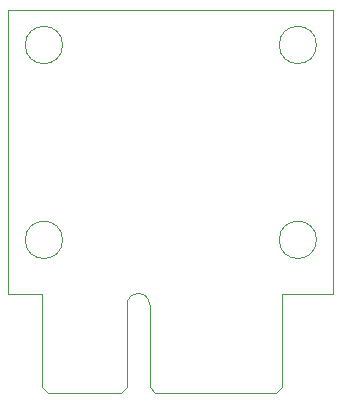
<source format=gbr>
%TF.GenerationSoftware,KiCad,Pcbnew,8.0.8*%
%TF.CreationDate,2025-11-27T10:04:54+01:00*%
%TF.ProjectId,CartridgeMk3.1,43617274-7269-4646-9765-4d6b332e312e,rev?*%
%TF.SameCoordinates,Original*%
%TF.FileFunction,Profile,NP*%
%FSLAX46Y46*%
G04 Gerber Fmt 4.6, Leading zero omitted, Abs format (unit mm)*
G04 Created by KiCad (PCBNEW 8.0.8) date 2025-11-27 10:04:54*
%MOMM*%
%LPD*%
G01*
G04 APERTURE LIST*
%TA.AperFunction,Profile*%
%ADD10C,0.050000*%
%TD*%
%TA.AperFunction,Profile*%
%ADD11C,0.100000*%
%TD*%
G04 APERTURE END LIST*
D10*
X192000000Y-69000000D02*
X192000000Y-70050000D01*
X190580000Y-65500000D02*
G75*
G02*
X187420000Y-65500000I-1580000J0D01*
G01*
X187420000Y-65500000D02*
G75*
G02*
X190580000Y-65500000I1580000J0D01*
G01*
X169080000Y-65500000D02*
G75*
G02*
X165920000Y-65500000I-1580000J0D01*
G01*
X165920000Y-65500000D02*
G75*
G02*
X169080000Y-65500000I1580000J0D01*
G01*
X192000000Y-46000000D02*
X164500000Y-46000000D01*
X164500000Y-46000000D02*
X164499561Y-70050000D01*
X190580000Y-49000000D02*
G75*
G02*
X187420000Y-49000000I-1580000J0D01*
G01*
X187420000Y-49000000D02*
G75*
G02*
X190580000Y-49000000I1580000J0D01*
G01*
X169080000Y-49000000D02*
G75*
G02*
X165920000Y-49000000I-1580000J0D01*
G01*
X165920000Y-49000000D02*
G75*
G02*
X169080000Y-49000000I1580000J0D01*
G01*
X192000000Y-69000000D02*
X192000000Y-46000000D01*
X187650000Y-70050000D02*
X192000000Y-70050000D01*
X167350000Y-70050000D02*
X164499561Y-70050000D01*
D11*
%TO.C,J1*%
X167350000Y-77950000D02*
X167350000Y-70050000D01*
X167850000Y-78450000D02*
X167350000Y-77950000D01*
X167850000Y-78450000D02*
X174050000Y-78450000D01*
X174050000Y-78450000D02*
X174550000Y-77950000D01*
X174550000Y-77950000D02*
X174550000Y-71000000D01*
X176450000Y-77950000D02*
X176450000Y-71000000D01*
X176950000Y-78450000D02*
X176450000Y-77950000D01*
X176950000Y-78450000D02*
X187150000Y-78450000D01*
X187150000Y-78450000D02*
X187650000Y-77950000D01*
X187650000Y-77950000D02*
X187650000Y-70050000D01*
X174550000Y-71000000D02*
G75*
G02*
X176450000Y-71000000I950000J0D01*
G01*
%TD*%
M02*

</source>
